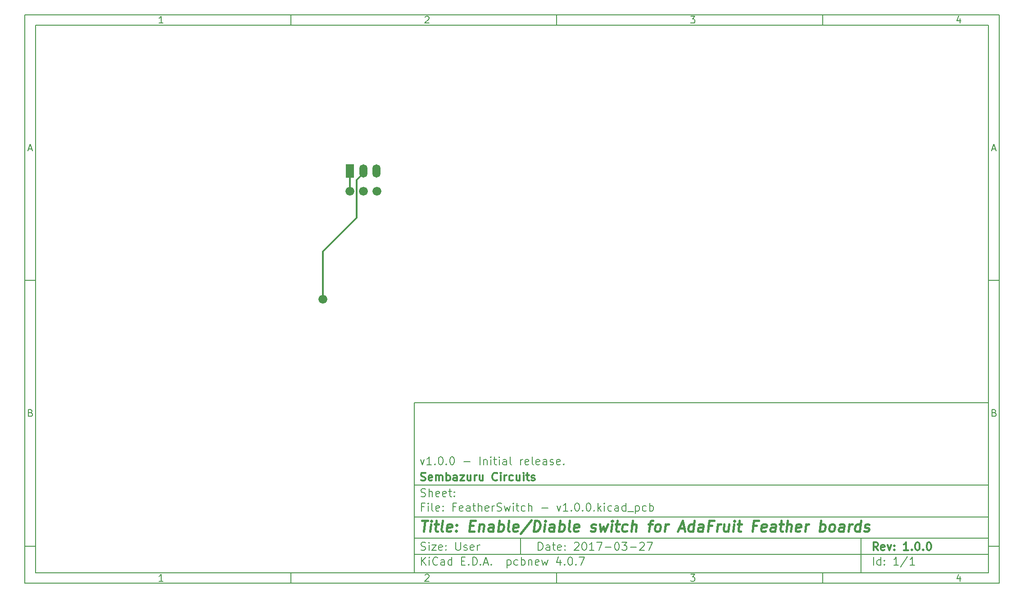
<source format=gbr>
G04 #@! TF.FileFunction,Copper,L1,Top,Signal*
%FSLAX46Y46*%
G04 Gerber Fmt 4.6, Leading zero omitted, Abs format (unit mm)*
G04 Created by KiCad (PCBNEW 4.0.7) date 11/03/17 12:30:38*
%MOMM*%
%LPD*%
G01*
G04 APERTURE LIST*
%ADD10C,0.100000*%
%ADD11C,0.150000*%
%ADD12C,0.300000*%
%ADD13C,0.400000*%
%ADD14C,1.676400*%
%ADD15R,1.500000X2.500000*%
%ADD16O,1.500000X2.500000*%
%ADD17C,0.317500*%
G04 APERTURE END LIST*
D10*
D11*
X83200000Y-83000000D02*
X83200000Y-115000000D01*
X191200000Y-115000000D01*
X191200000Y-83000000D01*
X83200000Y-83000000D01*
D10*
D11*
X10000000Y-10000000D02*
X10000000Y-117000000D01*
X193200000Y-117000000D01*
X193200000Y-10000000D01*
X10000000Y-10000000D01*
D10*
D11*
X12000000Y-12000000D02*
X12000000Y-115000000D01*
X191200000Y-115000000D01*
X191200000Y-12000000D01*
X12000000Y-12000000D01*
D10*
D11*
X60000000Y-12000000D02*
X60000000Y-10000000D01*
D10*
D11*
X110000000Y-12000000D02*
X110000000Y-10000000D01*
D10*
D11*
X160000000Y-12000000D02*
X160000000Y-10000000D01*
D10*
D11*
X35990476Y-11588095D02*
X35247619Y-11588095D01*
X35619048Y-11588095D02*
X35619048Y-10288095D01*
X35495238Y-10473810D01*
X35371429Y-10597619D01*
X35247619Y-10659524D01*
D10*
D11*
X85247619Y-10411905D02*
X85309524Y-10350000D01*
X85433333Y-10288095D01*
X85742857Y-10288095D01*
X85866667Y-10350000D01*
X85928571Y-10411905D01*
X85990476Y-10535714D01*
X85990476Y-10659524D01*
X85928571Y-10845238D01*
X85185714Y-11588095D01*
X85990476Y-11588095D01*
D10*
D11*
X135185714Y-10288095D02*
X135990476Y-10288095D01*
X135557143Y-10783333D01*
X135742857Y-10783333D01*
X135866667Y-10845238D01*
X135928571Y-10907143D01*
X135990476Y-11030952D01*
X135990476Y-11340476D01*
X135928571Y-11464286D01*
X135866667Y-11526190D01*
X135742857Y-11588095D01*
X135371429Y-11588095D01*
X135247619Y-11526190D01*
X135185714Y-11464286D01*
D10*
D11*
X185866667Y-10721429D02*
X185866667Y-11588095D01*
X185557143Y-10226190D02*
X185247619Y-11154762D01*
X186052381Y-11154762D01*
D10*
D11*
X60000000Y-115000000D02*
X60000000Y-117000000D01*
D10*
D11*
X110000000Y-115000000D02*
X110000000Y-117000000D01*
D10*
D11*
X160000000Y-115000000D02*
X160000000Y-117000000D01*
D10*
D11*
X35990476Y-116588095D02*
X35247619Y-116588095D01*
X35619048Y-116588095D02*
X35619048Y-115288095D01*
X35495238Y-115473810D01*
X35371429Y-115597619D01*
X35247619Y-115659524D01*
D10*
D11*
X85247619Y-115411905D02*
X85309524Y-115350000D01*
X85433333Y-115288095D01*
X85742857Y-115288095D01*
X85866667Y-115350000D01*
X85928571Y-115411905D01*
X85990476Y-115535714D01*
X85990476Y-115659524D01*
X85928571Y-115845238D01*
X85185714Y-116588095D01*
X85990476Y-116588095D01*
D10*
D11*
X135185714Y-115288095D02*
X135990476Y-115288095D01*
X135557143Y-115783333D01*
X135742857Y-115783333D01*
X135866667Y-115845238D01*
X135928571Y-115907143D01*
X135990476Y-116030952D01*
X135990476Y-116340476D01*
X135928571Y-116464286D01*
X135866667Y-116526190D01*
X135742857Y-116588095D01*
X135371429Y-116588095D01*
X135247619Y-116526190D01*
X135185714Y-116464286D01*
D10*
D11*
X185866667Y-115721429D02*
X185866667Y-116588095D01*
X185557143Y-115226190D02*
X185247619Y-116154762D01*
X186052381Y-116154762D01*
D10*
D11*
X10000000Y-60000000D02*
X12000000Y-60000000D01*
D10*
D11*
X10000000Y-110000000D02*
X12000000Y-110000000D01*
D10*
D11*
X10690476Y-35216667D02*
X11309524Y-35216667D01*
X10566667Y-35588095D02*
X11000000Y-34288095D01*
X11433333Y-35588095D01*
D10*
D11*
X11092857Y-84907143D02*
X11278571Y-84969048D01*
X11340476Y-85030952D01*
X11402381Y-85154762D01*
X11402381Y-85340476D01*
X11340476Y-85464286D01*
X11278571Y-85526190D01*
X11154762Y-85588095D01*
X10659524Y-85588095D01*
X10659524Y-84288095D01*
X11092857Y-84288095D01*
X11216667Y-84350000D01*
X11278571Y-84411905D01*
X11340476Y-84535714D01*
X11340476Y-84659524D01*
X11278571Y-84783333D01*
X11216667Y-84845238D01*
X11092857Y-84907143D01*
X10659524Y-84907143D01*
D10*
D11*
X193200000Y-60000000D02*
X191200000Y-60000000D01*
D10*
D11*
X193200000Y-110000000D02*
X191200000Y-110000000D01*
D10*
D11*
X191890476Y-35216667D02*
X192509524Y-35216667D01*
X191766667Y-35588095D02*
X192200000Y-34288095D01*
X192633333Y-35588095D01*
D10*
D11*
X192292857Y-84907143D02*
X192478571Y-84969048D01*
X192540476Y-85030952D01*
X192602381Y-85154762D01*
X192602381Y-85340476D01*
X192540476Y-85464286D01*
X192478571Y-85526190D01*
X192354762Y-85588095D01*
X191859524Y-85588095D01*
X191859524Y-84288095D01*
X192292857Y-84288095D01*
X192416667Y-84350000D01*
X192478571Y-84411905D01*
X192540476Y-84535714D01*
X192540476Y-84659524D01*
X192478571Y-84783333D01*
X192416667Y-84845238D01*
X192292857Y-84907143D01*
X191859524Y-84907143D01*
D10*
D11*
X106557143Y-110778571D02*
X106557143Y-109278571D01*
X106914286Y-109278571D01*
X107128571Y-109350000D01*
X107271429Y-109492857D01*
X107342857Y-109635714D01*
X107414286Y-109921429D01*
X107414286Y-110135714D01*
X107342857Y-110421429D01*
X107271429Y-110564286D01*
X107128571Y-110707143D01*
X106914286Y-110778571D01*
X106557143Y-110778571D01*
X108700000Y-110778571D02*
X108700000Y-109992857D01*
X108628571Y-109850000D01*
X108485714Y-109778571D01*
X108200000Y-109778571D01*
X108057143Y-109850000D01*
X108700000Y-110707143D02*
X108557143Y-110778571D01*
X108200000Y-110778571D01*
X108057143Y-110707143D01*
X107985714Y-110564286D01*
X107985714Y-110421429D01*
X108057143Y-110278571D01*
X108200000Y-110207143D01*
X108557143Y-110207143D01*
X108700000Y-110135714D01*
X109200000Y-109778571D02*
X109771429Y-109778571D01*
X109414286Y-109278571D02*
X109414286Y-110564286D01*
X109485714Y-110707143D01*
X109628572Y-110778571D01*
X109771429Y-110778571D01*
X110842857Y-110707143D02*
X110700000Y-110778571D01*
X110414286Y-110778571D01*
X110271429Y-110707143D01*
X110200000Y-110564286D01*
X110200000Y-109992857D01*
X110271429Y-109850000D01*
X110414286Y-109778571D01*
X110700000Y-109778571D01*
X110842857Y-109850000D01*
X110914286Y-109992857D01*
X110914286Y-110135714D01*
X110200000Y-110278571D01*
X111557143Y-110635714D02*
X111628571Y-110707143D01*
X111557143Y-110778571D01*
X111485714Y-110707143D01*
X111557143Y-110635714D01*
X111557143Y-110778571D01*
X111557143Y-109850000D02*
X111628571Y-109921429D01*
X111557143Y-109992857D01*
X111485714Y-109921429D01*
X111557143Y-109850000D01*
X111557143Y-109992857D01*
X113342857Y-109421429D02*
X113414286Y-109350000D01*
X113557143Y-109278571D01*
X113914286Y-109278571D01*
X114057143Y-109350000D01*
X114128572Y-109421429D01*
X114200000Y-109564286D01*
X114200000Y-109707143D01*
X114128572Y-109921429D01*
X113271429Y-110778571D01*
X114200000Y-110778571D01*
X115128571Y-109278571D02*
X115271428Y-109278571D01*
X115414285Y-109350000D01*
X115485714Y-109421429D01*
X115557143Y-109564286D01*
X115628571Y-109850000D01*
X115628571Y-110207143D01*
X115557143Y-110492857D01*
X115485714Y-110635714D01*
X115414285Y-110707143D01*
X115271428Y-110778571D01*
X115128571Y-110778571D01*
X114985714Y-110707143D01*
X114914285Y-110635714D01*
X114842857Y-110492857D01*
X114771428Y-110207143D01*
X114771428Y-109850000D01*
X114842857Y-109564286D01*
X114914285Y-109421429D01*
X114985714Y-109350000D01*
X115128571Y-109278571D01*
X117057142Y-110778571D02*
X116199999Y-110778571D01*
X116628571Y-110778571D02*
X116628571Y-109278571D01*
X116485714Y-109492857D01*
X116342856Y-109635714D01*
X116199999Y-109707143D01*
X117557142Y-109278571D02*
X118557142Y-109278571D01*
X117914285Y-110778571D01*
X119128570Y-110207143D02*
X120271427Y-110207143D01*
X121271427Y-109278571D02*
X121414284Y-109278571D01*
X121557141Y-109350000D01*
X121628570Y-109421429D01*
X121699999Y-109564286D01*
X121771427Y-109850000D01*
X121771427Y-110207143D01*
X121699999Y-110492857D01*
X121628570Y-110635714D01*
X121557141Y-110707143D01*
X121414284Y-110778571D01*
X121271427Y-110778571D01*
X121128570Y-110707143D01*
X121057141Y-110635714D01*
X120985713Y-110492857D01*
X120914284Y-110207143D01*
X120914284Y-109850000D01*
X120985713Y-109564286D01*
X121057141Y-109421429D01*
X121128570Y-109350000D01*
X121271427Y-109278571D01*
X122271427Y-109278571D02*
X123199998Y-109278571D01*
X122699998Y-109850000D01*
X122914284Y-109850000D01*
X123057141Y-109921429D01*
X123128570Y-109992857D01*
X123199998Y-110135714D01*
X123199998Y-110492857D01*
X123128570Y-110635714D01*
X123057141Y-110707143D01*
X122914284Y-110778571D01*
X122485712Y-110778571D01*
X122342855Y-110707143D01*
X122271427Y-110635714D01*
X123842855Y-110207143D02*
X124985712Y-110207143D01*
X125628569Y-109421429D02*
X125699998Y-109350000D01*
X125842855Y-109278571D01*
X126199998Y-109278571D01*
X126342855Y-109350000D01*
X126414284Y-109421429D01*
X126485712Y-109564286D01*
X126485712Y-109707143D01*
X126414284Y-109921429D01*
X125557141Y-110778571D01*
X126485712Y-110778571D01*
X126985712Y-109278571D02*
X127985712Y-109278571D01*
X127342855Y-110778571D01*
D10*
D11*
X83200000Y-111500000D02*
X191200000Y-111500000D01*
D10*
D11*
X84557143Y-113578571D02*
X84557143Y-112078571D01*
X85414286Y-113578571D02*
X84771429Y-112721429D01*
X85414286Y-112078571D02*
X84557143Y-112935714D01*
X86057143Y-113578571D02*
X86057143Y-112578571D01*
X86057143Y-112078571D02*
X85985714Y-112150000D01*
X86057143Y-112221429D01*
X86128571Y-112150000D01*
X86057143Y-112078571D01*
X86057143Y-112221429D01*
X87628572Y-113435714D02*
X87557143Y-113507143D01*
X87342857Y-113578571D01*
X87200000Y-113578571D01*
X86985715Y-113507143D01*
X86842857Y-113364286D01*
X86771429Y-113221429D01*
X86700000Y-112935714D01*
X86700000Y-112721429D01*
X86771429Y-112435714D01*
X86842857Y-112292857D01*
X86985715Y-112150000D01*
X87200000Y-112078571D01*
X87342857Y-112078571D01*
X87557143Y-112150000D01*
X87628572Y-112221429D01*
X88914286Y-113578571D02*
X88914286Y-112792857D01*
X88842857Y-112650000D01*
X88700000Y-112578571D01*
X88414286Y-112578571D01*
X88271429Y-112650000D01*
X88914286Y-113507143D02*
X88771429Y-113578571D01*
X88414286Y-113578571D01*
X88271429Y-113507143D01*
X88200000Y-113364286D01*
X88200000Y-113221429D01*
X88271429Y-113078571D01*
X88414286Y-113007143D01*
X88771429Y-113007143D01*
X88914286Y-112935714D01*
X90271429Y-113578571D02*
X90271429Y-112078571D01*
X90271429Y-113507143D02*
X90128572Y-113578571D01*
X89842858Y-113578571D01*
X89700000Y-113507143D01*
X89628572Y-113435714D01*
X89557143Y-113292857D01*
X89557143Y-112864286D01*
X89628572Y-112721429D01*
X89700000Y-112650000D01*
X89842858Y-112578571D01*
X90128572Y-112578571D01*
X90271429Y-112650000D01*
X92128572Y-112792857D02*
X92628572Y-112792857D01*
X92842858Y-113578571D02*
X92128572Y-113578571D01*
X92128572Y-112078571D01*
X92842858Y-112078571D01*
X93485715Y-113435714D02*
X93557143Y-113507143D01*
X93485715Y-113578571D01*
X93414286Y-113507143D01*
X93485715Y-113435714D01*
X93485715Y-113578571D01*
X94200001Y-113578571D02*
X94200001Y-112078571D01*
X94557144Y-112078571D01*
X94771429Y-112150000D01*
X94914287Y-112292857D01*
X94985715Y-112435714D01*
X95057144Y-112721429D01*
X95057144Y-112935714D01*
X94985715Y-113221429D01*
X94914287Y-113364286D01*
X94771429Y-113507143D01*
X94557144Y-113578571D01*
X94200001Y-113578571D01*
X95700001Y-113435714D02*
X95771429Y-113507143D01*
X95700001Y-113578571D01*
X95628572Y-113507143D01*
X95700001Y-113435714D01*
X95700001Y-113578571D01*
X96342858Y-113150000D02*
X97057144Y-113150000D01*
X96200001Y-113578571D02*
X96700001Y-112078571D01*
X97200001Y-113578571D01*
X97700001Y-113435714D02*
X97771429Y-113507143D01*
X97700001Y-113578571D01*
X97628572Y-113507143D01*
X97700001Y-113435714D01*
X97700001Y-113578571D01*
X100700001Y-112578571D02*
X100700001Y-114078571D01*
X100700001Y-112650000D02*
X100842858Y-112578571D01*
X101128572Y-112578571D01*
X101271429Y-112650000D01*
X101342858Y-112721429D01*
X101414287Y-112864286D01*
X101414287Y-113292857D01*
X101342858Y-113435714D01*
X101271429Y-113507143D01*
X101128572Y-113578571D01*
X100842858Y-113578571D01*
X100700001Y-113507143D01*
X102700001Y-113507143D02*
X102557144Y-113578571D01*
X102271430Y-113578571D01*
X102128572Y-113507143D01*
X102057144Y-113435714D01*
X101985715Y-113292857D01*
X101985715Y-112864286D01*
X102057144Y-112721429D01*
X102128572Y-112650000D01*
X102271430Y-112578571D01*
X102557144Y-112578571D01*
X102700001Y-112650000D01*
X103342858Y-113578571D02*
X103342858Y-112078571D01*
X103342858Y-112650000D02*
X103485715Y-112578571D01*
X103771429Y-112578571D01*
X103914286Y-112650000D01*
X103985715Y-112721429D01*
X104057144Y-112864286D01*
X104057144Y-113292857D01*
X103985715Y-113435714D01*
X103914286Y-113507143D01*
X103771429Y-113578571D01*
X103485715Y-113578571D01*
X103342858Y-113507143D01*
X104700001Y-112578571D02*
X104700001Y-113578571D01*
X104700001Y-112721429D02*
X104771429Y-112650000D01*
X104914287Y-112578571D01*
X105128572Y-112578571D01*
X105271429Y-112650000D01*
X105342858Y-112792857D01*
X105342858Y-113578571D01*
X106628572Y-113507143D02*
X106485715Y-113578571D01*
X106200001Y-113578571D01*
X106057144Y-113507143D01*
X105985715Y-113364286D01*
X105985715Y-112792857D01*
X106057144Y-112650000D01*
X106200001Y-112578571D01*
X106485715Y-112578571D01*
X106628572Y-112650000D01*
X106700001Y-112792857D01*
X106700001Y-112935714D01*
X105985715Y-113078571D01*
X107200001Y-112578571D02*
X107485715Y-113578571D01*
X107771429Y-112864286D01*
X108057144Y-113578571D01*
X108342858Y-112578571D01*
X110700001Y-112578571D02*
X110700001Y-113578571D01*
X110342858Y-112007143D02*
X109985715Y-113078571D01*
X110914287Y-113078571D01*
X111485715Y-113435714D02*
X111557143Y-113507143D01*
X111485715Y-113578571D01*
X111414286Y-113507143D01*
X111485715Y-113435714D01*
X111485715Y-113578571D01*
X112485715Y-112078571D02*
X112628572Y-112078571D01*
X112771429Y-112150000D01*
X112842858Y-112221429D01*
X112914287Y-112364286D01*
X112985715Y-112650000D01*
X112985715Y-113007143D01*
X112914287Y-113292857D01*
X112842858Y-113435714D01*
X112771429Y-113507143D01*
X112628572Y-113578571D01*
X112485715Y-113578571D01*
X112342858Y-113507143D01*
X112271429Y-113435714D01*
X112200001Y-113292857D01*
X112128572Y-113007143D01*
X112128572Y-112650000D01*
X112200001Y-112364286D01*
X112271429Y-112221429D01*
X112342858Y-112150000D01*
X112485715Y-112078571D01*
X113628572Y-113435714D02*
X113700000Y-113507143D01*
X113628572Y-113578571D01*
X113557143Y-113507143D01*
X113628572Y-113435714D01*
X113628572Y-113578571D01*
X114200001Y-112078571D02*
X115200001Y-112078571D01*
X114557144Y-113578571D01*
D10*
D11*
X83200000Y-108500000D02*
X191200000Y-108500000D01*
D10*
D12*
X170414286Y-110778571D02*
X169914286Y-110064286D01*
X169557143Y-110778571D02*
X169557143Y-109278571D01*
X170128571Y-109278571D01*
X170271429Y-109350000D01*
X170342857Y-109421429D01*
X170414286Y-109564286D01*
X170414286Y-109778571D01*
X170342857Y-109921429D01*
X170271429Y-109992857D01*
X170128571Y-110064286D01*
X169557143Y-110064286D01*
X171628571Y-110707143D02*
X171485714Y-110778571D01*
X171200000Y-110778571D01*
X171057143Y-110707143D01*
X170985714Y-110564286D01*
X170985714Y-109992857D01*
X171057143Y-109850000D01*
X171200000Y-109778571D01*
X171485714Y-109778571D01*
X171628571Y-109850000D01*
X171700000Y-109992857D01*
X171700000Y-110135714D01*
X170985714Y-110278571D01*
X172200000Y-109778571D02*
X172557143Y-110778571D01*
X172914285Y-109778571D01*
X173485714Y-110635714D02*
X173557142Y-110707143D01*
X173485714Y-110778571D01*
X173414285Y-110707143D01*
X173485714Y-110635714D01*
X173485714Y-110778571D01*
X173485714Y-109850000D02*
X173557142Y-109921429D01*
X173485714Y-109992857D01*
X173414285Y-109921429D01*
X173485714Y-109850000D01*
X173485714Y-109992857D01*
X176128571Y-110778571D02*
X175271428Y-110778571D01*
X175700000Y-110778571D02*
X175700000Y-109278571D01*
X175557143Y-109492857D01*
X175414285Y-109635714D01*
X175271428Y-109707143D01*
X176771428Y-110635714D02*
X176842856Y-110707143D01*
X176771428Y-110778571D01*
X176699999Y-110707143D01*
X176771428Y-110635714D01*
X176771428Y-110778571D01*
X177771428Y-109278571D02*
X177914285Y-109278571D01*
X178057142Y-109350000D01*
X178128571Y-109421429D01*
X178200000Y-109564286D01*
X178271428Y-109850000D01*
X178271428Y-110207143D01*
X178200000Y-110492857D01*
X178128571Y-110635714D01*
X178057142Y-110707143D01*
X177914285Y-110778571D01*
X177771428Y-110778571D01*
X177628571Y-110707143D01*
X177557142Y-110635714D01*
X177485714Y-110492857D01*
X177414285Y-110207143D01*
X177414285Y-109850000D01*
X177485714Y-109564286D01*
X177557142Y-109421429D01*
X177628571Y-109350000D01*
X177771428Y-109278571D01*
X178914285Y-110635714D02*
X178985713Y-110707143D01*
X178914285Y-110778571D01*
X178842856Y-110707143D01*
X178914285Y-110635714D01*
X178914285Y-110778571D01*
X179914285Y-109278571D02*
X180057142Y-109278571D01*
X180199999Y-109350000D01*
X180271428Y-109421429D01*
X180342857Y-109564286D01*
X180414285Y-109850000D01*
X180414285Y-110207143D01*
X180342857Y-110492857D01*
X180271428Y-110635714D01*
X180199999Y-110707143D01*
X180057142Y-110778571D01*
X179914285Y-110778571D01*
X179771428Y-110707143D01*
X179699999Y-110635714D01*
X179628571Y-110492857D01*
X179557142Y-110207143D01*
X179557142Y-109850000D01*
X179628571Y-109564286D01*
X179699999Y-109421429D01*
X179771428Y-109350000D01*
X179914285Y-109278571D01*
D10*
D11*
X84485714Y-110707143D02*
X84700000Y-110778571D01*
X85057143Y-110778571D01*
X85200000Y-110707143D01*
X85271429Y-110635714D01*
X85342857Y-110492857D01*
X85342857Y-110350000D01*
X85271429Y-110207143D01*
X85200000Y-110135714D01*
X85057143Y-110064286D01*
X84771429Y-109992857D01*
X84628571Y-109921429D01*
X84557143Y-109850000D01*
X84485714Y-109707143D01*
X84485714Y-109564286D01*
X84557143Y-109421429D01*
X84628571Y-109350000D01*
X84771429Y-109278571D01*
X85128571Y-109278571D01*
X85342857Y-109350000D01*
X85985714Y-110778571D02*
X85985714Y-109778571D01*
X85985714Y-109278571D02*
X85914285Y-109350000D01*
X85985714Y-109421429D01*
X86057142Y-109350000D01*
X85985714Y-109278571D01*
X85985714Y-109421429D01*
X86557143Y-109778571D02*
X87342857Y-109778571D01*
X86557143Y-110778571D01*
X87342857Y-110778571D01*
X88485714Y-110707143D02*
X88342857Y-110778571D01*
X88057143Y-110778571D01*
X87914286Y-110707143D01*
X87842857Y-110564286D01*
X87842857Y-109992857D01*
X87914286Y-109850000D01*
X88057143Y-109778571D01*
X88342857Y-109778571D01*
X88485714Y-109850000D01*
X88557143Y-109992857D01*
X88557143Y-110135714D01*
X87842857Y-110278571D01*
X89200000Y-110635714D02*
X89271428Y-110707143D01*
X89200000Y-110778571D01*
X89128571Y-110707143D01*
X89200000Y-110635714D01*
X89200000Y-110778571D01*
X89200000Y-109850000D02*
X89271428Y-109921429D01*
X89200000Y-109992857D01*
X89128571Y-109921429D01*
X89200000Y-109850000D01*
X89200000Y-109992857D01*
X91057143Y-109278571D02*
X91057143Y-110492857D01*
X91128571Y-110635714D01*
X91200000Y-110707143D01*
X91342857Y-110778571D01*
X91628571Y-110778571D01*
X91771429Y-110707143D01*
X91842857Y-110635714D01*
X91914286Y-110492857D01*
X91914286Y-109278571D01*
X92557143Y-110707143D02*
X92700000Y-110778571D01*
X92985715Y-110778571D01*
X93128572Y-110707143D01*
X93200000Y-110564286D01*
X93200000Y-110492857D01*
X93128572Y-110350000D01*
X92985715Y-110278571D01*
X92771429Y-110278571D01*
X92628572Y-110207143D01*
X92557143Y-110064286D01*
X92557143Y-109992857D01*
X92628572Y-109850000D01*
X92771429Y-109778571D01*
X92985715Y-109778571D01*
X93128572Y-109850000D01*
X94414286Y-110707143D02*
X94271429Y-110778571D01*
X93985715Y-110778571D01*
X93842858Y-110707143D01*
X93771429Y-110564286D01*
X93771429Y-109992857D01*
X93842858Y-109850000D01*
X93985715Y-109778571D01*
X94271429Y-109778571D01*
X94414286Y-109850000D01*
X94485715Y-109992857D01*
X94485715Y-110135714D01*
X93771429Y-110278571D01*
X95128572Y-110778571D02*
X95128572Y-109778571D01*
X95128572Y-110064286D02*
X95200000Y-109921429D01*
X95271429Y-109850000D01*
X95414286Y-109778571D01*
X95557143Y-109778571D01*
D10*
D11*
X169557143Y-113578571D02*
X169557143Y-112078571D01*
X170914286Y-113578571D02*
X170914286Y-112078571D01*
X170914286Y-113507143D02*
X170771429Y-113578571D01*
X170485715Y-113578571D01*
X170342857Y-113507143D01*
X170271429Y-113435714D01*
X170200000Y-113292857D01*
X170200000Y-112864286D01*
X170271429Y-112721429D01*
X170342857Y-112650000D01*
X170485715Y-112578571D01*
X170771429Y-112578571D01*
X170914286Y-112650000D01*
X171628572Y-113435714D02*
X171700000Y-113507143D01*
X171628572Y-113578571D01*
X171557143Y-113507143D01*
X171628572Y-113435714D01*
X171628572Y-113578571D01*
X171628572Y-112650000D02*
X171700000Y-112721429D01*
X171628572Y-112792857D01*
X171557143Y-112721429D01*
X171628572Y-112650000D01*
X171628572Y-112792857D01*
X174271429Y-113578571D02*
X173414286Y-113578571D01*
X173842858Y-113578571D02*
X173842858Y-112078571D01*
X173700001Y-112292857D01*
X173557143Y-112435714D01*
X173414286Y-112507143D01*
X175985714Y-112007143D02*
X174700000Y-113935714D01*
X177271429Y-113578571D02*
X176414286Y-113578571D01*
X176842858Y-113578571D02*
X176842858Y-112078571D01*
X176700001Y-112292857D01*
X176557143Y-112435714D01*
X176414286Y-112507143D01*
D10*
D11*
X83200000Y-104500000D02*
X191200000Y-104500000D01*
D10*
D13*
X84652381Y-105204762D02*
X85795238Y-105204762D01*
X84973810Y-107204762D02*
X85223810Y-105204762D01*
X86211905Y-107204762D02*
X86378571Y-105871429D01*
X86461905Y-105204762D02*
X86354762Y-105300000D01*
X86438095Y-105395238D01*
X86545239Y-105300000D01*
X86461905Y-105204762D01*
X86438095Y-105395238D01*
X87045238Y-105871429D02*
X87807143Y-105871429D01*
X87414286Y-105204762D02*
X87200000Y-106919048D01*
X87271430Y-107109524D01*
X87450001Y-107204762D01*
X87640477Y-107204762D01*
X88592858Y-107204762D02*
X88414287Y-107109524D01*
X88342857Y-106919048D01*
X88557143Y-105204762D01*
X90128572Y-107109524D02*
X89926191Y-107204762D01*
X89545239Y-107204762D01*
X89366667Y-107109524D01*
X89295238Y-106919048D01*
X89390476Y-106157143D01*
X89509524Y-105966667D01*
X89711905Y-105871429D01*
X90092857Y-105871429D01*
X90271429Y-105966667D01*
X90342857Y-106157143D01*
X90319048Y-106347619D01*
X89342857Y-106538095D01*
X91092857Y-107014286D02*
X91176192Y-107109524D01*
X91069048Y-107204762D01*
X90985715Y-107109524D01*
X91092857Y-107014286D01*
X91069048Y-107204762D01*
X91223810Y-105966667D02*
X91307144Y-106061905D01*
X91200000Y-106157143D01*
X91116667Y-106061905D01*
X91223810Y-105966667D01*
X91200000Y-106157143D01*
X93676191Y-106157143D02*
X94342858Y-106157143D01*
X94497620Y-107204762D02*
X93545239Y-107204762D01*
X93795239Y-105204762D01*
X94747620Y-105204762D01*
X95521429Y-105871429D02*
X95354763Y-107204762D01*
X95497620Y-106061905D02*
X95604764Y-105966667D01*
X95807144Y-105871429D01*
X96092858Y-105871429D01*
X96271430Y-105966667D01*
X96342858Y-106157143D01*
X96211906Y-107204762D01*
X98021430Y-107204762D02*
X98152382Y-106157143D01*
X98080954Y-105966667D01*
X97902382Y-105871429D01*
X97521430Y-105871429D01*
X97319049Y-105966667D01*
X98033335Y-107109524D02*
X97830954Y-107204762D01*
X97354764Y-107204762D01*
X97176192Y-107109524D01*
X97104763Y-106919048D01*
X97128573Y-106728571D01*
X97247620Y-106538095D01*
X97450002Y-106442857D01*
X97926192Y-106442857D01*
X98128573Y-106347619D01*
X98973811Y-107204762D02*
X99223811Y-105204762D01*
X99128573Y-105966667D02*
X99330954Y-105871429D01*
X99711906Y-105871429D01*
X99890478Y-105966667D01*
X99973811Y-106061905D01*
X100045239Y-106252381D01*
X99973811Y-106823810D01*
X99854763Y-107014286D01*
X99747621Y-107109524D01*
X99545240Y-107204762D01*
X99164288Y-107204762D01*
X98985716Y-107109524D01*
X101069050Y-107204762D02*
X100890479Y-107109524D01*
X100819049Y-106919048D01*
X101033335Y-105204762D01*
X102604764Y-107109524D02*
X102402383Y-107204762D01*
X102021431Y-107204762D01*
X101842859Y-107109524D01*
X101771430Y-106919048D01*
X101866668Y-106157143D01*
X101985716Y-105966667D01*
X102188097Y-105871429D01*
X102569049Y-105871429D01*
X102747621Y-105966667D01*
X102819049Y-106157143D01*
X102795240Y-106347619D01*
X101819049Y-106538095D01*
X105235717Y-105109524D02*
X103200002Y-107680952D01*
X105640478Y-107204762D02*
X105890478Y-105204762D01*
X106366669Y-105204762D01*
X106640478Y-105300000D01*
X106807145Y-105490476D01*
X106878574Y-105680952D01*
X106926193Y-106061905D01*
X106890479Y-106347619D01*
X106747622Y-106728571D01*
X106628573Y-106919048D01*
X106414288Y-107109524D01*
X106116669Y-107204762D01*
X105640478Y-107204762D01*
X107640478Y-107204762D02*
X107807144Y-105871429D01*
X107890478Y-105204762D02*
X107783335Y-105300000D01*
X107866668Y-105395238D01*
X107973812Y-105300000D01*
X107890478Y-105204762D01*
X107866668Y-105395238D01*
X109450002Y-107204762D02*
X109580954Y-106157143D01*
X109509526Y-105966667D01*
X109330954Y-105871429D01*
X108950002Y-105871429D01*
X108747621Y-105966667D01*
X109461907Y-107109524D02*
X109259526Y-107204762D01*
X108783336Y-107204762D01*
X108604764Y-107109524D01*
X108533335Y-106919048D01*
X108557145Y-106728571D01*
X108676192Y-106538095D01*
X108878574Y-106442857D01*
X109354764Y-106442857D01*
X109557145Y-106347619D01*
X110402383Y-107204762D02*
X110652383Y-105204762D01*
X110557145Y-105966667D02*
X110759526Y-105871429D01*
X111140478Y-105871429D01*
X111319050Y-105966667D01*
X111402383Y-106061905D01*
X111473811Y-106252381D01*
X111402383Y-106823810D01*
X111283335Y-107014286D01*
X111176193Y-107109524D01*
X110973812Y-107204762D01*
X110592860Y-107204762D01*
X110414288Y-107109524D01*
X112497622Y-107204762D02*
X112319051Y-107109524D01*
X112247621Y-106919048D01*
X112461907Y-105204762D01*
X114033336Y-107109524D02*
X113830955Y-107204762D01*
X113450003Y-107204762D01*
X113271431Y-107109524D01*
X113200002Y-106919048D01*
X113295240Y-106157143D01*
X113414288Y-105966667D01*
X113616669Y-105871429D01*
X113997621Y-105871429D01*
X114176193Y-105966667D01*
X114247621Y-106157143D01*
X114223812Y-106347619D01*
X113247621Y-106538095D01*
X116414289Y-107109524D02*
X116592861Y-107204762D01*
X116973813Y-107204762D01*
X117176194Y-107109524D01*
X117295241Y-106919048D01*
X117307146Y-106823810D01*
X117235717Y-106633333D01*
X117057146Y-106538095D01*
X116771432Y-106538095D01*
X116592860Y-106442857D01*
X116521431Y-106252381D01*
X116533336Y-106157143D01*
X116652384Y-105966667D01*
X116854765Y-105871429D01*
X117140479Y-105871429D01*
X117319051Y-105966667D01*
X118092860Y-105871429D02*
X118307147Y-107204762D01*
X118807146Y-106252381D01*
X119069051Y-107204762D01*
X119616670Y-105871429D01*
X120211908Y-107204762D02*
X120378574Y-105871429D01*
X120461908Y-105204762D02*
X120354765Y-105300000D01*
X120438098Y-105395238D01*
X120545242Y-105300000D01*
X120461908Y-105204762D01*
X120438098Y-105395238D01*
X121045241Y-105871429D02*
X121807146Y-105871429D01*
X121414289Y-105204762D02*
X121200003Y-106919048D01*
X121271433Y-107109524D01*
X121450004Y-107204762D01*
X121640480Y-107204762D01*
X123176194Y-107109524D02*
X122973813Y-107204762D01*
X122592861Y-107204762D01*
X122414290Y-107109524D01*
X122330955Y-107014286D01*
X122259527Y-106823810D01*
X122330955Y-106252381D01*
X122450003Y-106061905D01*
X122557147Y-105966667D01*
X122759527Y-105871429D01*
X123140479Y-105871429D01*
X123319051Y-105966667D01*
X124021432Y-107204762D02*
X124271432Y-105204762D01*
X124878575Y-107204762D02*
X125009527Y-106157143D01*
X124938099Y-105966667D01*
X124759527Y-105871429D01*
X124473813Y-105871429D01*
X124271433Y-105966667D01*
X124164289Y-106061905D01*
X127235718Y-105871429D02*
X127997623Y-105871429D01*
X127354766Y-107204762D02*
X127569052Y-105490476D01*
X127688100Y-105300000D01*
X127890481Y-105204762D01*
X128080957Y-105204762D01*
X128783338Y-107204762D02*
X128604767Y-107109524D01*
X128521432Y-107014286D01*
X128450004Y-106823810D01*
X128521432Y-106252381D01*
X128640480Y-106061905D01*
X128747624Y-105966667D01*
X128950004Y-105871429D01*
X129235718Y-105871429D01*
X129414290Y-105966667D01*
X129497623Y-106061905D01*
X129569051Y-106252381D01*
X129497623Y-106823810D01*
X129378575Y-107014286D01*
X129271433Y-107109524D01*
X129069052Y-107204762D01*
X128783338Y-107204762D01*
X130307147Y-107204762D02*
X130473813Y-105871429D01*
X130426194Y-106252381D02*
X130545243Y-106061905D01*
X130652386Y-105966667D01*
X130854766Y-105871429D01*
X131045242Y-105871429D01*
X133045242Y-106633333D02*
X133997623Y-106633333D01*
X132783338Y-107204762D02*
X133700005Y-105204762D01*
X134116672Y-107204762D01*
X135640481Y-107204762D02*
X135890481Y-105204762D01*
X135652386Y-107109524D02*
X135450005Y-107204762D01*
X135069053Y-107204762D01*
X134890482Y-107109524D01*
X134807147Y-107014286D01*
X134735719Y-106823810D01*
X134807147Y-106252381D01*
X134926195Y-106061905D01*
X135033339Y-105966667D01*
X135235719Y-105871429D01*
X135616671Y-105871429D01*
X135795243Y-105966667D01*
X137450005Y-107204762D02*
X137580957Y-106157143D01*
X137509529Y-105966667D01*
X137330957Y-105871429D01*
X136950005Y-105871429D01*
X136747624Y-105966667D01*
X137461910Y-107109524D02*
X137259529Y-107204762D01*
X136783339Y-107204762D01*
X136604767Y-107109524D01*
X136533338Y-106919048D01*
X136557148Y-106728571D01*
X136676195Y-106538095D01*
X136878577Y-106442857D01*
X137354767Y-106442857D01*
X137557148Y-106347619D01*
X139200005Y-106157143D02*
X138533338Y-106157143D01*
X138402386Y-107204762D02*
X138652386Y-105204762D01*
X139604767Y-105204762D01*
X140116672Y-107204762D02*
X140283338Y-105871429D01*
X140235719Y-106252381D02*
X140354768Y-106061905D01*
X140461911Y-105966667D01*
X140664291Y-105871429D01*
X140854767Y-105871429D01*
X142378576Y-105871429D02*
X142211910Y-107204762D01*
X141521433Y-105871429D02*
X141390481Y-106919048D01*
X141461911Y-107109524D01*
X141640482Y-107204762D01*
X141926196Y-107204762D01*
X142128577Y-107109524D01*
X142235719Y-107014286D01*
X143164291Y-107204762D02*
X143330957Y-105871429D01*
X143414291Y-105204762D02*
X143307148Y-105300000D01*
X143390481Y-105395238D01*
X143497625Y-105300000D01*
X143414291Y-105204762D01*
X143390481Y-105395238D01*
X143997624Y-105871429D02*
X144759529Y-105871429D01*
X144366672Y-105204762D02*
X144152386Y-106919048D01*
X144223816Y-107109524D01*
X144402387Y-107204762D01*
X144592863Y-107204762D01*
X147580958Y-106157143D02*
X146914291Y-106157143D01*
X146783339Y-107204762D02*
X147033339Y-105204762D01*
X147985720Y-105204762D01*
X149271435Y-107109524D02*
X149069054Y-107204762D01*
X148688102Y-107204762D01*
X148509530Y-107109524D01*
X148438101Y-106919048D01*
X148533339Y-106157143D01*
X148652387Y-105966667D01*
X148854768Y-105871429D01*
X149235720Y-105871429D01*
X149414292Y-105966667D01*
X149485720Y-106157143D01*
X149461911Y-106347619D01*
X148485720Y-106538095D01*
X151069054Y-107204762D02*
X151200006Y-106157143D01*
X151128578Y-105966667D01*
X150950006Y-105871429D01*
X150569054Y-105871429D01*
X150366673Y-105966667D01*
X151080959Y-107109524D02*
X150878578Y-107204762D01*
X150402388Y-107204762D01*
X150223816Y-107109524D01*
X150152387Y-106919048D01*
X150176197Y-106728571D01*
X150295244Y-106538095D01*
X150497626Y-106442857D01*
X150973816Y-106442857D01*
X151176197Y-106347619D01*
X151902387Y-105871429D02*
X152664292Y-105871429D01*
X152271435Y-105204762D02*
X152057149Y-106919048D01*
X152128579Y-107109524D01*
X152307150Y-107204762D01*
X152497626Y-107204762D01*
X153164292Y-107204762D02*
X153414292Y-105204762D01*
X154021435Y-107204762D02*
X154152387Y-106157143D01*
X154080959Y-105966667D01*
X153902387Y-105871429D01*
X153616673Y-105871429D01*
X153414293Y-105966667D01*
X153307149Y-106061905D01*
X155747626Y-107109524D02*
X155545245Y-107204762D01*
X155164293Y-107204762D01*
X154985721Y-107109524D01*
X154914292Y-106919048D01*
X155009530Y-106157143D01*
X155128578Y-105966667D01*
X155330959Y-105871429D01*
X155711911Y-105871429D01*
X155890483Y-105966667D01*
X155961911Y-106157143D01*
X155938102Y-106347619D01*
X154961911Y-106538095D01*
X156688102Y-107204762D02*
X156854768Y-105871429D01*
X156807149Y-106252381D02*
X156926198Y-106061905D01*
X157033341Y-105966667D01*
X157235721Y-105871429D01*
X157426197Y-105871429D01*
X159450007Y-107204762D02*
X159700007Y-105204762D01*
X159604769Y-105966667D02*
X159807150Y-105871429D01*
X160188102Y-105871429D01*
X160366674Y-105966667D01*
X160450007Y-106061905D01*
X160521435Y-106252381D01*
X160450007Y-106823810D01*
X160330959Y-107014286D01*
X160223817Y-107109524D01*
X160021436Y-107204762D01*
X159640484Y-107204762D01*
X159461912Y-107109524D01*
X161545246Y-107204762D02*
X161366675Y-107109524D01*
X161283340Y-107014286D01*
X161211912Y-106823810D01*
X161283340Y-106252381D01*
X161402388Y-106061905D01*
X161509532Y-105966667D01*
X161711912Y-105871429D01*
X161997626Y-105871429D01*
X162176198Y-105966667D01*
X162259531Y-106061905D01*
X162330959Y-106252381D01*
X162259531Y-106823810D01*
X162140483Y-107014286D01*
X162033341Y-107109524D01*
X161830960Y-107204762D01*
X161545246Y-107204762D01*
X163926198Y-107204762D02*
X164057150Y-106157143D01*
X163985722Y-105966667D01*
X163807150Y-105871429D01*
X163426198Y-105871429D01*
X163223817Y-105966667D01*
X163938103Y-107109524D02*
X163735722Y-107204762D01*
X163259532Y-107204762D01*
X163080960Y-107109524D01*
X163009531Y-106919048D01*
X163033341Y-106728571D01*
X163152388Y-106538095D01*
X163354770Y-106442857D01*
X163830960Y-106442857D01*
X164033341Y-106347619D01*
X164878579Y-107204762D02*
X165045245Y-105871429D01*
X164997626Y-106252381D02*
X165116675Y-106061905D01*
X165223818Y-105966667D01*
X165426198Y-105871429D01*
X165616674Y-105871429D01*
X166973817Y-107204762D02*
X167223817Y-105204762D01*
X166985722Y-107109524D02*
X166783341Y-107204762D01*
X166402389Y-107204762D01*
X166223818Y-107109524D01*
X166140483Y-107014286D01*
X166069055Y-106823810D01*
X166140483Y-106252381D01*
X166259531Y-106061905D01*
X166366675Y-105966667D01*
X166569055Y-105871429D01*
X166950007Y-105871429D01*
X167128579Y-105966667D01*
X167842865Y-107109524D02*
X168021437Y-107204762D01*
X168402389Y-107204762D01*
X168604770Y-107109524D01*
X168723817Y-106919048D01*
X168735722Y-106823810D01*
X168664293Y-106633333D01*
X168485722Y-106538095D01*
X168200008Y-106538095D01*
X168021436Y-106442857D01*
X167950007Y-106252381D01*
X167961912Y-106157143D01*
X168080960Y-105966667D01*
X168283341Y-105871429D01*
X168569055Y-105871429D01*
X168747627Y-105966667D01*
D10*
D11*
X85057143Y-102592857D02*
X84557143Y-102592857D01*
X84557143Y-103378571D02*
X84557143Y-101878571D01*
X85271429Y-101878571D01*
X85842857Y-103378571D02*
X85842857Y-102378571D01*
X85842857Y-101878571D02*
X85771428Y-101950000D01*
X85842857Y-102021429D01*
X85914285Y-101950000D01*
X85842857Y-101878571D01*
X85842857Y-102021429D01*
X86771429Y-103378571D02*
X86628571Y-103307143D01*
X86557143Y-103164286D01*
X86557143Y-101878571D01*
X87914285Y-103307143D02*
X87771428Y-103378571D01*
X87485714Y-103378571D01*
X87342857Y-103307143D01*
X87271428Y-103164286D01*
X87271428Y-102592857D01*
X87342857Y-102450000D01*
X87485714Y-102378571D01*
X87771428Y-102378571D01*
X87914285Y-102450000D01*
X87985714Y-102592857D01*
X87985714Y-102735714D01*
X87271428Y-102878571D01*
X88628571Y-103235714D02*
X88699999Y-103307143D01*
X88628571Y-103378571D01*
X88557142Y-103307143D01*
X88628571Y-103235714D01*
X88628571Y-103378571D01*
X88628571Y-102450000D02*
X88699999Y-102521429D01*
X88628571Y-102592857D01*
X88557142Y-102521429D01*
X88628571Y-102450000D01*
X88628571Y-102592857D01*
X90985714Y-102592857D02*
X90485714Y-102592857D01*
X90485714Y-103378571D02*
X90485714Y-101878571D01*
X91200000Y-101878571D01*
X92342856Y-103307143D02*
X92199999Y-103378571D01*
X91914285Y-103378571D01*
X91771428Y-103307143D01*
X91699999Y-103164286D01*
X91699999Y-102592857D01*
X91771428Y-102450000D01*
X91914285Y-102378571D01*
X92199999Y-102378571D01*
X92342856Y-102450000D01*
X92414285Y-102592857D01*
X92414285Y-102735714D01*
X91699999Y-102878571D01*
X93699999Y-103378571D02*
X93699999Y-102592857D01*
X93628570Y-102450000D01*
X93485713Y-102378571D01*
X93199999Y-102378571D01*
X93057142Y-102450000D01*
X93699999Y-103307143D02*
X93557142Y-103378571D01*
X93199999Y-103378571D01*
X93057142Y-103307143D01*
X92985713Y-103164286D01*
X92985713Y-103021429D01*
X93057142Y-102878571D01*
X93199999Y-102807143D01*
X93557142Y-102807143D01*
X93699999Y-102735714D01*
X94199999Y-102378571D02*
X94771428Y-102378571D01*
X94414285Y-101878571D02*
X94414285Y-103164286D01*
X94485713Y-103307143D01*
X94628571Y-103378571D01*
X94771428Y-103378571D01*
X95271428Y-103378571D02*
X95271428Y-101878571D01*
X95914285Y-103378571D02*
X95914285Y-102592857D01*
X95842856Y-102450000D01*
X95699999Y-102378571D01*
X95485714Y-102378571D01*
X95342856Y-102450000D01*
X95271428Y-102521429D01*
X97199999Y-103307143D02*
X97057142Y-103378571D01*
X96771428Y-103378571D01*
X96628571Y-103307143D01*
X96557142Y-103164286D01*
X96557142Y-102592857D01*
X96628571Y-102450000D01*
X96771428Y-102378571D01*
X97057142Y-102378571D01*
X97199999Y-102450000D01*
X97271428Y-102592857D01*
X97271428Y-102735714D01*
X96557142Y-102878571D01*
X97914285Y-103378571D02*
X97914285Y-102378571D01*
X97914285Y-102664286D02*
X97985713Y-102521429D01*
X98057142Y-102450000D01*
X98199999Y-102378571D01*
X98342856Y-102378571D01*
X98771427Y-103307143D02*
X98985713Y-103378571D01*
X99342856Y-103378571D01*
X99485713Y-103307143D01*
X99557142Y-103235714D01*
X99628570Y-103092857D01*
X99628570Y-102950000D01*
X99557142Y-102807143D01*
X99485713Y-102735714D01*
X99342856Y-102664286D01*
X99057142Y-102592857D01*
X98914284Y-102521429D01*
X98842856Y-102450000D01*
X98771427Y-102307143D01*
X98771427Y-102164286D01*
X98842856Y-102021429D01*
X98914284Y-101950000D01*
X99057142Y-101878571D01*
X99414284Y-101878571D01*
X99628570Y-101950000D01*
X100128570Y-102378571D02*
X100414284Y-103378571D01*
X100699998Y-102664286D01*
X100985713Y-103378571D01*
X101271427Y-102378571D01*
X101842856Y-103378571D02*
X101842856Y-102378571D01*
X101842856Y-101878571D02*
X101771427Y-101950000D01*
X101842856Y-102021429D01*
X101914284Y-101950000D01*
X101842856Y-101878571D01*
X101842856Y-102021429D01*
X102342856Y-102378571D02*
X102914285Y-102378571D01*
X102557142Y-101878571D02*
X102557142Y-103164286D01*
X102628570Y-103307143D01*
X102771428Y-103378571D01*
X102914285Y-103378571D01*
X104057142Y-103307143D02*
X103914285Y-103378571D01*
X103628571Y-103378571D01*
X103485713Y-103307143D01*
X103414285Y-103235714D01*
X103342856Y-103092857D01*
X103342856Y-102664286D01*
X103414285Y-102521429D01*
X103485713Y-102450000D01*
X103628571Y-102378571D01*
X103914285Y-102378571D01*
X104057142Y-102450000D01*
X104699999Y-103378571D02*
X104699999Y-101878571D01*
X105342856Y-103378571D02*
X105342856Y-102592857D01*
X105271427Y-102450000D01*
X105128570Y-102378571D01*
X104914285Y-102378571D01*
X104771427Y-102450000D01*
X104699999Y-102521429D01*
X107199999Y-102807143D02*
X108342856Y-102807143D01*
X110057142Y-102378571D02*
X110414285Y-103378571D01*
X110771427Y-102378571D01*
X112128570Y-103378571D02*
X111271427Y-103378571D01*
X111699999Y-103378571D02*
X111699999Y-101878571D01*
X111557142Y-102092857D01*
X111414284Y-102235714D01*
X111271427Y-102307143D01*
X112771427Y-103235714D02*
X112842855Y-103307143D01*
X112771427Y-103378571D01*
X112699998Y-103307143D01*
X112771427Y-103235714D01*
X112771427Y-103378571D01*
X113771427Y-101878571D02*
X113914284Y-101878571D01*
X114057141Y-101950000D01*
X114128570Y-102021429D01*
X114199999Y-102164286D01*
X114271427Y-102450000D01*
X114271427Y-102807143D01*
X114199999Y-103092857D01*
X114128570Y-103235714D01*
X114057141Y-103307143D01*
X113914284Y-103378571D01*
X113771427Y-103378571D01*
X113628570Y-103307143D01*
X113557141Y-103235714D01*
X113485713Y-103092857D01*
X113414284Y-102807143D01*
X113414284Y-102450000D01*
X113485713Y-102164286D01*
X113557141Y-102021429D01*
X113628570Y-101950000D01*
X113771427Y-101878571D01*
X114914284Y-103235714D02*
X114985712Y-103307143D01*
X114914284Y-103378571D01*
X114842855Y-103307143D01*
X114914284Y-103235714D01*
X114914284Y-103378571D01*
X115914284Y-101878571D02*
X116057141Y-101878571D01*
X116199998Y-101950000D01*
X116271427Y-102021429D01*
X116342856Y-102164286D01*
X116414284Y-102450000D01*
X116414284Y-102807143D01*
X116342856Y-103092857D01*
X116271427Y-103235714D01*
X116199998Y-103307143D01*
X116057141Y-103378571D01*
X115914284Y-103378571D01*
X115771427Y-103307143D01*
X115699998Y-103235714D01*
X115628570Y-103092857D01*
X115557141Y-102807143D01*
X115557141Y-102450000D01*
X115628570Y-102164286D01*
X115699998Y-102021429D01*
X115771427Y-101950000D01*
X115914284Y-101878571D01*
X117057141Y-103235714D02*
X117128569Y-103307143D01*
X117057141Y-103378571D01*
X116985712Y-103307143D01*
X117057141Y-103235714D01*
X117057141Y-103378571D01*
X117771427Y-103378571D02*
X117771427Y-101878571D01*
X117914284Y-102807143D02*
X118342855Y-103378571D01*
X118342855Y-102378571D02*
X117771427Y-102950000D01*
X118985713Y-103378571D02*
X118985713Y-102378571D01*
X118985713Y-101878571D02*
X118914284Y-101950000D01*
X118985713Y-102021429D01*
X119057141Y-101950000D01*
X118985713Y-101878571D01*
X118985713Y-102021429D01*
X120342856Y-103307143D02*
X120199999Y-103378571D01*
X119914285Y-103378571D01*
X119771427Y-103307143D01*
X119699999Y-103235714D01*
X119628570Y-103092857D01*
X119628570Y-102664286D01*
X119699999Y-102521429D01*
X119771427Y-102450000D01*
X119914285Y-102378571D01*
X120199999Y-102378571D01*
X120342856Y-102450000D01*
X121628570Y-103378571D02*
X121628570Y-102592857D01*
X121557141Y-102450000D01*
X121414284Y-102378571D01*
X121128570Y-102378571D01*
X120985713Y-102450000D01*
X121628570Y-103307143D02*
X121485713Y-103378571D01*
X121128570Y-103378571D01*
X120985713Y-103307143D01*
X120914284Y-103164286D01*
X120914284Y-103021429D01*
X120985713Y-102878571D01*
X121128570Y-102807143D01*
X121485713Y-102807143D01*
X121628570Y-102735714D01*
X122985713Y-103378571D02*
X122985713Y-101878571D01*
X122985713Y-103307143D02*
X122842856Y-103378571D01*
X122557142Y-103378571D01*
X122414284Y-103307143D01*
X122342856Y-103235714D01*
X122271427Y-103092857D01*
X122271427Y-102664286D01*
X122342856Y-102521429D01*
X122414284Y-102450000D01*
X122557142Y-102378571D01*
X122842856Y-102378571D01*
X122985713Y-102450000D01*
X123342856Y-103521429D02*
X124485713Y-103521429D01*
X124842856Y-102378571D02*
X124842856Y-103878571D01*
X124842856Y-102450000D02*
X124985713Y-102378571D01*
X125271427Y-102378571D01*
X125414284Y-102450000D01*
X125485713Y-102521429D01*
X125557142Y-102664286D01*
X125557142Y-103092857D01*
X125485713Y-103235714D01*
X125414284Y-103307143D01*
X125271427Y-103378571D01*
X124985713Y-103378571D01*
X124842856Y-103307143D01*
X126842856Y-103307143D02*
X126699999Y-103378571D01*
X126414285Y-103378571D01*
X126271427Y-103307143D01*
X126199999Y-103235714D01*
X126128570Y-103092857D01*
X126128570Y-102664286D01*
X126199999Y-102521429D01*
X126271427Y-102450000D01*
X126414285Y-102378571D01*
X126699999Y-102378571D01*
X126842856Y-102450000D01*
X127485713Y-103378571D02*
X127485713Y-101878571D01*
X127485713Y-102450000D02*
X127628570Y-102378571D01*
X127914284Y-102378571D01*
X128057141Y-102450000D01*
X128128570Y-102521429D01*
X128199999Y-102664286D01*
X128199999Y-103092857D01*
X128128570Y-103235714D01*
X128057141Y-103307143D01*
X127914284Y-103378571D01*
X127628570Y-103378571D01*
X127485713Y-103307143D01*
D10*
D11*
X83200000Y-98500000D02*
X191200000Y-98500000D01*
D10*
D11*
X84485714Y-100607143D02*
X84700000Y-100678571D01*
X85057143Y-100678571D01*
X85200000Y-100607143D01*
X85271429Y-100535714D01*
X85342857Y-100392857D01*
X85342857Y-100250000D01*
X85271429Y-100107143D01*
X85200000Y-100035714D01*
X85057143Y-99964286D01*
X84771429Y-99892857D01*
X84628571Y-99821429D01*
X84557143Y-99750000D01*
X84485714Y-99607143D01*
X84485714Y-99464286D01*
X84557143Y-99321429D01*
X84628571Y-99250000D01*
X84771429Y-99178571D01*
X85128571Y-99178571D01*
X85342857Y-99250000D01*
X85985714Y-100678571D02*
X85985714Y-99178571D01*
X86628571Y-100678571D02*
X86628571Y-99892857D01*
X86557142Y-99750000D01*
X86414285Y-99678571D01*
X86200000Y-99678571D01*
X86057142Y-99750000D01*
X85985714Y-99821429D01*
X87914285Y-100607143D02*
X87771428Y-100678571D01*
X87485714Y-100678571D01*
X87342857Y-100607143D01*
X87271428Y-100464286D01*
X87271428Y-99892857D01*
X87342857Y-99750000D01*
X87485714Y-99678571D01*
X87771428Y-99678571D01*
X87914285Y-99750000D01*
X87985714Y-99892857D01*
X87985714Y-100035714D01*
X87271428Y-100178571D01*
X89199999Y-100607143D02*
X89057142Y-100678571D01*
X88771428Y-100678571D01*
X88628571Y-100607143D01*
X88557142Y-100464286D01*
X88557142Y-99892857D01*
X88628571Y-99750000D01*
X88771428Y-99678571D01*
X89057142Y-99678571D01*
X89199999Y-99750000D01*
X89271428Y-99892857D01*
X89271428Y-100035714D01*
X88557142Y-100178571D01*
X89699999Y-99678571D02*
X90271428Y-99678571D01*
X89914285Y-99178571D02*
X89914285Y-100464286D01*
X89985713Y-100607143D01*
X90128571Y-100678571D01*
X90271428Y-100678571D01*
X90771428Y-100535714D02*
X90842856Y-100607143D01*
X90771428Y-100678571D01*
X90699999Y-100607143D01*
X90771428Y-100535714D01*
X90771428Y-100678571D01*
X90771428Y-99750000D02*
X90842856Y-99821429D01*
X90771428Y-99892857D01*
X90699999Y-99821429D01*
X90771428Y-99750000D01*
X90771428Y-99892857D01*
D10*
D12*
X84485714Y-97607143D02*
X84700000Y-97678571D01*
X85057143Y-97678571D01*
X85200000Y-97607143D01*
X85271429Y-97535714D01*
X85342857Y-97392857D01*
X85342857Y-97250000D01*
X85271429Y-97107143D01*
X85200000Y-97035714D01*
X85057143Y-96964286D01*
X84771429Y-96892857D01*
X84628571Y-96821429D01*
X84557143Y-96750000D01*
X84485714Y-96607143D01*
X84485714Y-96464286D01*
X84557143Y-96321429D01*
X84628571Y-96250000D01*
X84771429Y-96178571D01*
X85128571Y-96178571D01*
X85342857Y-96250000D01*
X86557142Y-97607143D02*
X86414285Y-97678571D01*
X86128571Y-97678571D01*
X85985714Y-97607143D01*
X85914285Y-97464286D01*
X85914285Y-96892857D01*
X85985714Y-96750000D01*
X86128571Y-96678571D01*
X86414285Y-96678571D01*
X86557142Y-96750000D01*
X86628571Y-96892857D01*
X86628571Y-97035714D01*
X85914285Y-97178571D01*
X87271428Y-97678571D02*
X87271428Y-96678571D01*
X87271428Y-96821429D02*
X87342856Y-96750000D01*
X87485714Y-96678571D01*
X87699999Y-96678571D01*
X87842856Y-96750000D01*
X87914285Y-96892857D01*
X87914285Y-97678571D01*
X87914285Y-96892857D02*
X87985714Y-96750000D01*
X88128571Y-96678571D01*
X88342856Y-96678571D01*
X88485714Y-96750000D01*
X88557142Y-96892857D01*
X88557142Y-97678571D01*
X89271428Y-97678571D02*
X89271428Y-96178571D01*
X89271428Y-96750000D02*
X89414285Y-96678571D01*
X89699999Y-96678571D01*
X89842856Y-96750000D01*
X89914285Y-96821429D01*
X89985714Y-96964286D01*
X89985714Y-97392857D01*
X89914285Y-97535714D01*
X89842856Y-97607143D01*
X89699999Y-97678571D01*
X89414285Y-97678571D01*
X89271428Y-97607143D01*
X91271428Y-97678571D02*
X91271428Y-96892857D01*
X91199999Y-96750000D01*
X91057142Y-96678571D01*
X90771428Y-96678571D01*
X90628571Y-96750000D01*
X91271428Y-97607143D02*
X91128571Y-97678571D01*
X90771428Y-97678571D01*
X90628571Y-97607143D01*
X90557142Y-97464286D01*
X90557142Y-97321429D01*
X90628571Y-97178571D01*
X90771428Y-97107143D01*
X91128571Y-97107143D01*
X91271428Y-97035714D01*
X91842857Y-96678571D02*
X92628571Y-96678571D01*
X91842857Y-97678571D01*
X92628571Y-97678571D01*
X93842857Y-96678571D02*
X93842857Y-97678571D01*
X93200000Y-96678571D02*
X93200000Y-97464286D01*
X93271428Y-97607143D01*
X93414286Y-97678571D01*
X93628571Y-97678571D01*
X93771428Y-97607143D01*
X93842857Y-97535714D01*
X94557143Y-97678571D02*
X94557143Y-96678571D01*
X94557143Y-96964286D02*
X94628571Y-96821429D01*
X94700000Y-96750000D01*
X94842857Y-96678571D01*
X94985714Y-96678571D01*
X96128571Y-96678571D02*
X96128571Y-97678571D01*
X95485714Y-96678571D02*
X95485714Y-97464286D01*
X95557142Y-97607143D01*
X95700000Y-97678571D01*
X95914285Y-97678571D01*
X96057142Y-97607143D01*
X96128571Y-97535714D01*
X98842857Y-97535714D02*
X98771428Y-97607143D01*
X98557142Y-97678571D01*
X98414285Y-97678571D01*
X98200000Y-97607143D01*
X98057142Y-97464286D01*
X97985714Y-97321429D01*
X97914285Y-97035714D01*
X97914285Y-96821429D01*
X97985714Y-96535714D01*
X98057142Y-96392857D01*
X98200000Y-96250000D01*
X98414285Y-96178571D01*
X98557142Y-96178571D01*
X98771428Y-96250000D01*
X98842857Y-96321429D01*
X99485714Y-97678571D02*
X99485714Y-96678571D01*
X99485714Y-96178571D02*
X99414285Y-96250000D01*
X99485714Y-96321429D01*
X99557142Y-96250000D01*
X99485714Y-96178571D01*
X99485714Y-96321429D01*
X100200000Y-97678571D02*
X100200000Y-96678571D01*
X100200000Y-96964286D02*
X100271428Y-96821429D01*
X100342857Y-96750000D01*
X100485714Y-96678571D01*
X100628571Y-96678571D01*
X101771428Y-97607143D02*
X101628571Y-97678571D01*
X101342857Y-97678571D01*
X101199999Y-97607143D01*
X101128571Y-97535714D01*
X101057142Y-97392857D01*
X101057142Y-96964286D01*
X101128571Y-96821429D01*
X101199999Y-96750000D01*
X101342857Y-96678571D01*
X101628571Y-96678571D01*
X101771428Y-96750000D01*
X103057142Y-96678571D02*
X103057142Y-97678571D01*
X102414285Y-96678571D02*
X102414285Y-97464286D01*
X102485713Y-97607143D01*
X102628571Y-97678571D01*
X102842856Y-97678571D01*
X102985713Y-97607143D01*
X103057142Y-97535714D01*
X103771428Y-97678571D02*
X103771428Y-96678571D01*
X103771428Y-96178571D02*
X103699999Y-96250000D01*
X103771428Y-96321429D01*
X103842856Y-96250000D01*
X103771428Y-96178571D01*
X103771428Y-96321429D01*
X104271428Y-96678571D02*
X104842857Y-96678571D01*
X104485714Y-96178571D02*
X104485714Y-97464286D01*
X104557142Y-97607143D01*
X104700000Y-97678571D01*
X104842857Y-97678571D01*
X105271428Y-97607143D02*
X105414285Y-97678571D01*
X105700000Y-97678571D01*
X105842857Y-97607143D01*
X105914285Y-97464286D01*
X105914285Y-97392857D01*
X105842857Y-97250000D01*
X105700000Y-97178571D01*
X105485714Y-97178571D01*
X105342857Y-97107143D01*
X105271428Y-96964286D01*
X105271428Y-96892857D01*
X105342857Y-96750000D01*
X105485714Y-96678571D01*
X105700000Y-96678571D01*
X105842857Y-96750000D01*
D10*
D11*
X84414286Y-93678571D02*
X84771429Y-94678571D01*
X85128571Y-93678571D01*
X86485714Y-94678571D02*
X85628571Y-94678571D01*
X86057143Y-94678571D02*
X86057143Y-93178571D01*
X85914286Y-93392857D01*
X85771428Y-93535714D01*
X85628571Y-93607143D01*
X87128571Y-94535714D02*
X87199999Y-94607143D01*
X87128571Y-94678571D01*
X87057142Y-94607143D01*
X87128571Y-94535714D01*
X87128571Y-94678571D01*
X88128571Y-93178571D02*
X88271428Y-93178571D01*
X88414285Y-93250000D01*
X88485714Y-93321429D01*
X88557143Y-93464286D01*
X88628571Y-93750000D01*
X88628571Y-94107143D01*
X88557143Y-94392857D01*
X88485714Y-94535714D01*
X88414285Y-94607143D01*
X88271428Y-94678571D01*
X88128571Y-94678571D01*
X87985714Y-94607143D01*
X87914285Y-94535714D01*
X87842857Y-94392857D01*
X87771428Y-94107143D01*
X87771428Y-93750000D01*
X87842857Y-93464286D01*
X87914285Y-93321429D01*
X87985714Y-93250000D01*
X88128571Y-93178571D01*
X89271428Y-94535714D02*
X89342856Y-94607143D01*
X89271428Y-94678571D01*
X89199999Y-94607143D01*
X89271428Y-94535714D01*
X89271428Y-94678571D01*
X90271428Y-93178571D02*
X90414285Y-93178571D01*
X90557142Y-93250000D01*
X90628571Y-93321429D01*
X90700000Y-93464286D01*
X90771428Y-93750000D01*
X90771428Y-94107143D01*
X90700000Y-94392857D01*
X90628571Y-94535714D01*
X90557142Y-94607143D01*
X90414285Y-94678571D01*
X90271428Y-94678571D01*
X90128571Y-94607143D01*
X90057142Y-94535714D01*
X89985714Y-94392857D01*
X89914285Y-94107143D01*
X89914285Y-93750000D01*
X89985714Y-93464286D01*
X90057142Y-93321429D01*
X90128571Y-93250000D01*
X90271428Y-93178571D01*
X92557142Y-94107143D02*
X93699999Y-94107143D01*
X95557142Y-94678571D02*
X95557142Y-93178571D01*
X96271428Y-93678571D02*
X96271428Y-94678571D01*
X96271428Y-93821429D02*
X96342856Y-93750000D01*
X96485714Y-93678571D01*
X96699999Y-93678571D01*
X96842856Y-93750000D01*
X96914285Y-93892857D01*
X96914285Y-94678571D01*
X97628571Y-94678571D02*
X97628571Y-93678571D01*
X97628571Y-93178571D02*
X97557142Y-93250000D01*
X97628571Y-93321429D01*
X97699999Y-93250000D01*
X97628571Y-93178571D01*
X97628571Y-93321429D01*
X98128571Y-93678571D02*
X98700000Y-93678571D01*
X98342857Y-93178571D02*
X98342857Y-94464286D01*
X98414285Y-94607143D01*
X98557143Y-94678571D01*
X98700000Y-94678571D01*
X99200000Y-94678571D02*
X99200000Y-93678571D01*
X99200000Y-93178571D02*
X99128571Y-93250000D01*
X99200000Y-93321429D01*
X99271428Y-93250000D01*
X99200000Y-93178571D01*
X99200000Y-93321429D01*
X100557143Y-94678571D02*
X100557143Y-93892857D01*
X100485714Y-93750000D01*
X100342857Y-93678571D01*
X100057143Y-93678571D01*
X99914286Y-93750000D01*
X100557143Y-94607143D02*
X100414286Y-94678571D01*
X100057143Y-94678571D01*
X99914286Y-94607143D01*
X99842857Y-94464286D01*
X99842857Y-94321429D01*
X99914286Y-94178571D01*
X100057143Y-94107143D01*
X100414286Y-94107143D01*
X100557143Y-94035714D01*
X101485715Y-94678571D02*
X101342857Y-94607143D01*
X101271429Y-94464286D01*
X101271429Y-93178571D01*
X103200000Y-94678571D02*
X103200000Y-93678571D01*
X103200000Y-93964286D02*
X103271428Y-93821429D01*
X103342857Y-93750000D01*
X103485714Y-93678571D01*
X103628571Y-93678571D01*
X104699999Y-94607143D02*
X104557142Y-94678571D01*
X104271428Y-94678571D01*
X104128571Y-94607143D01*
X104057142Y-94464286D01*
X104057142Y-93892857D01*
X104128571Y-93750000D01*
X104271428Y-93678571D01*
X104557142Y-93678571D01*
X104699999Y-93750000D01*
X104771428Y-93892857D01*
X104771428Y-94035714D01*
X104057142Y-94178571D01*
X105628571Y-94678571D02*
X105485713Y-94607143D01*
X105414285Y-94464286D01*
X105414285Y-93178571D01*
X106771427Y-94607143D02*
X106628570Y-94678571D01*
X106342856Y-94678571D01*
X106199999Y-94607143D01*
X106128570Y-94464286D01*
X106128570Y-93892857D01*
X106199999Y-93750000D01*
X106342856Y-93678571D01*
X106628570Y-93678571D01*
X106771427Y-93750000D01*
X106842856Y-93892857D01*
X106842856Y-94035714D01*
X106128570Y-94178571D01*
X108128570Y-94678571D02*
X108128570Y-93892857D01*
X108057141Y-93750000D01*
X107914284Y-93678571D01*
X107628570Y-93678571D01*
X107485713Y-93750000D01*
X108128570Y-94607143D02*
X107985713Y-94678571D01*
X107628570Y-94678571D01*
X107485713Y-94607143D01*
X107414284Y-94464286D01*
X107414284Y-94321429D01*
X107485713Y-94178571D01*
X107628570Y-94107143D01*
X107985713Y-94107143D01*
X108128570Y-94035714D01*
X108771427Y-94607143D02*
X108914284Y-94678571D01*
X109199999Y-94678571D01*
X109342856Y-94607143D01*
X109414284Y-94464286D01*
X109414284Y-94392857D01*
X109342856Y-94250000D01*
X109199999Y-94178571D01*
X108985713Y-94178571D01*
X108842856Y-94107143D01*
X108771427Y-93964286D01*
X108771427Y-93892857D01*
X108842856Y-93750000D01*
X108985713Y-93678571D01*
X109199999Y-93678571D01*
X109342856Y-93750000D01*
X110628570Y-94607143D02*
X110485713Y-94678571D01*
X110199999Y-94678571D01*
X110057142Y-94607143D01*
X109985713Y-94464286D01*
X109985713Y-93892857D01*
X110057142Y-93750000D01*
X110199999Y-93678571D01*
X110485713Y-93678571D01*
X110628570Y-93750000D01*
X110699999Y-93892857D01*
X110699999Y-94035714D01*
X109985713Y-94178571D01*
X111342856Y-94535714D02*
X111414284Y-94607143D01*
X111342856Y-94678571D01*
X111271427Y-94607143D01*
X111342856Y-94535714D01*
X111342856Y-94678571D01*
D10*
D11*
X103200000Y-108500000D02*
X103200000Y-111500000D01*
D10*
D11*
X167200000Y-108500000D02*
X167200000Y-115000000D01*
D14*
X71160000Y-43180000D03*
X66080000Y-63500000D03*
D15*
X71160000Y-39370000D03*
D16*
X73660000Y-39370000D03*
X76160000Y-39370000D03*
D14*
X73700000Y-43180000D03*
X76240000Y-43180000D03*
D17*
X71160000Y-39370000D02*
X71160000Y-43180000D01*
X72410951Y-48239049D02*
X66080000Y-54570000D01*
X66080000Y-54570000D02*
X66080000Y-63500000D01*
X73660000Y-39370000D02*
X73660000Y-39870000D01*
X73660000Y-39870000D02*
X72410951Y-41119049D01*
X72410951Y-41119049D02*
X72410951Y-48239049D01*
M02*

</source>
